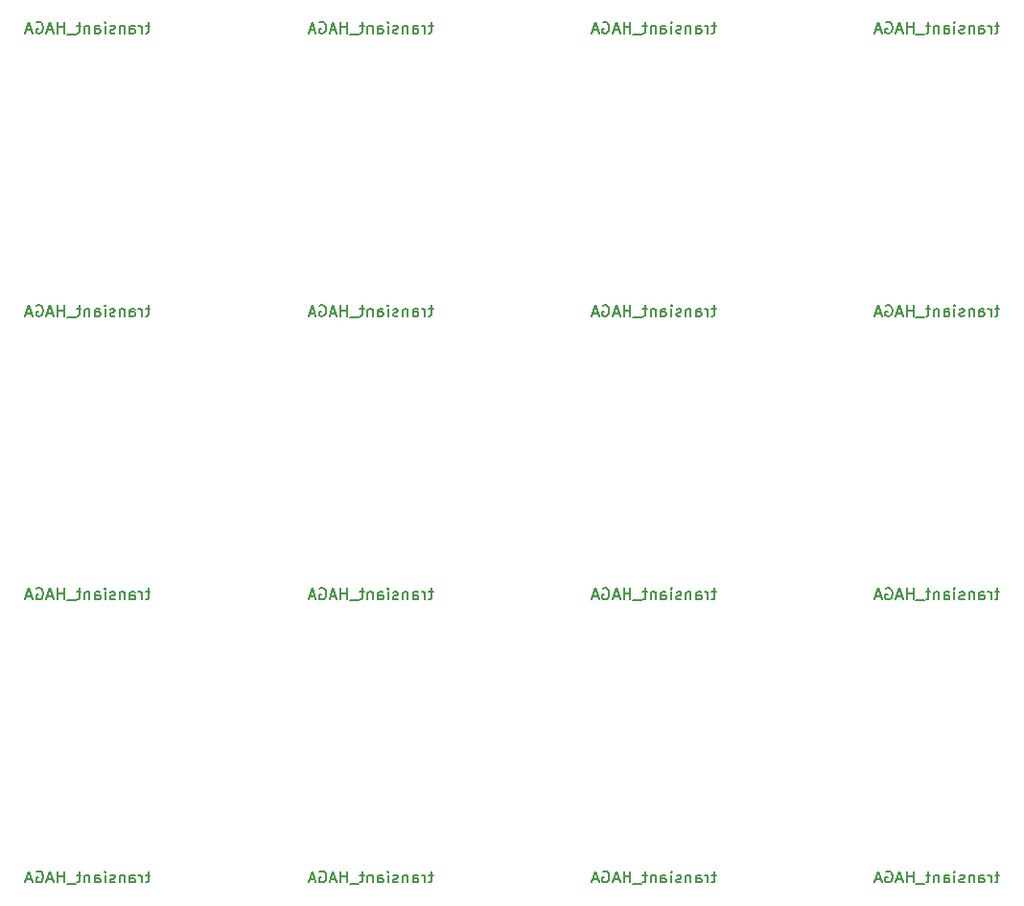
<source format=gbr>
G04 #@! TF.GenerationSoftware,KiCad,Pcbnew,(6.0.6)*
G04 #@! TF.CreationDate,2022-08-12T14:57:56+09:00*
G04 #@! TF.ProjectId,tutorial1-PNLZ,7475746f-7269-4616-9c31-2d504e4c5a2e,1*
G04 #@! TF.SameCoordinates,PX7bfa480PY7bfa480*
G04 #@! TF.FileFunction,Legend,Bot*
G04 #@! TF.FilePolarity,Positive*
%FSLAX46Y46*%
G04 Gerber Fmt 4.6, Leading zero omitted, Abs format (unit mm)*
G04 Created by KiCad (PCBNEW (6.0.6)) date 2022-08-12 14:57:56*
%MOMM*%
%LPD*%
G01*
G04 APERTURE LIST*
%ADD10C,0.150000*%
G04 APERTURE END LIST*
D10*
X42692000Y-17165714D02*
X42311047Y-17165714D01*
X42549142Y-16832380D02*
X42549142Y-17689523D01*
X42501523Y-17784761D01*
X42406285Y-17832380D01*
X42311047Y-17832380D01*
X41977714Y-17832380D02*
X41977714Y-17165714D01*
X41977714Y-17356190D02*
X41930095Y-17260952D01*
X41882476Y-17213333D01*
X41787238Y-17165714D01*
X41692000Y-17165714D01*
X40930095Y-17832380D02*
X40930095Y-17308571D01*
X40977714Y-17213333D01*
X41072952Y-17165714D01*
X41263428Y-17165714D01*
X41358666Y-17213333D01*
X40930095Y-17784761D02*
X41025333Y-17832380D01*
X41263428Y-17832380D01*
X41358666Y-17784761D01*
X41406285Y-17689523D01*
X41406285Y-17594285D01*
X41358666Y-17499047D01*
X41263428Y-17451428D01*
X41025333Y-17451428D01*
X40930095Y-17403809D01*
X40453904Y-17165714D02*
X40453904Y-17832380D01*
X40453904Y-17260952D02*
X40406285Y-17213333D01*
X40311047Y-17165714D01*
X40168190Y-17165714D01*
X40072952Y-17213333D01*
X40025333Y-17308571D01*
X40025333Y-17832380D01*
X39596761Y-17784761D02*
X39501523Y-17832380D01*
X39311047Y-17832380D01*
X39215809Y-17784761D01*
X39168190Y-17689523D01*
X39168190Y-17641904D01*
X39215809Y-17546666D01*
X39311047Y-17499047D01*
X39453904Y-17499047D01*
X39549142Y-17451428D01*
X39596761Y-17356190D01*
X39596761Y-17308571D01*
X39549142Y-17213333D01*
X39453904Y-17165714D01*
X39311047Y-17165714D01*
X39215809Y-17213333D01*
X38739619Y-17832380D02*
X38739619Y-17165714D01*
X38739619Y-16832380D02*
X38787238Y-16880000D01*
X38739619Y-16927619D01*
X38692000Y-16880000D01*
X38739619Y-16832380D01*
X38739619Y-16927619D01*
X37834857Y-17832380D02*
X37834857Y-17308571D01*
X37882476Y-17213333D01*
X37977714Y-17165714D01*
X38168190Y-17165714D01*
X38263428Y-17213333D01*
X37834857Y-17784761D02*
X37930095Y-17832380D01*
X38168190Y-17832380D01*
X38263428Y-17784761D01*
X38311047Y-17689523D01*
X38311047Y-17594285D01*
X38263428Y-17499047D01*
X38168190Y-17451428D01*
X37930095Y-17451428D01*
X37834857Y-17403809D01*
X37358666Y-17165714D02*
X37358666Y-17832380D01*
X37358666Y-17260952D02*
X37311047Y-17213333D01*
X37215809Y-17165714D01*
X37072952Y-17165714D01*
X36977714Y-17213333D01*
X36930095Y-17308571D01*
X36930095Y-17832380D01*
X36596761Y-17165714D02*
X36215809Y-17165714D01*
X36453904Y-16832380D02*
X36453904Y-17689523D01*
X36406285Y-17784761D01*
X36311047Y-17832380D01*
X36215809Y-17832380D01*
X36120571Y-17927619D02*
X35358666Y-17927619D01*
X35120571Y-17832380D02*
X35120571Y-16832380D01*
X35120571Y-17308571D02*
X34549142Y-17308571D01*
X34549142Y-17832380D02*
X34549142Y-16832380D01*
X34120571Y-17546666D02*
X33644380Y-17546666D01*
X34215809Y-17832380D02*
X33882476Y-16832380D01*
X33549142Y-17832380D01*
X32692000Y-16880000D02*
X32787238Y-16832380D01*
X32930095Y-16832380D01*
X33072952Y-16880000D01*
X33168190Y-16975238D01*
X33215809Y-17070476D01*
X33263428Y-17260952D01*
X33263428Y-17403809D01*
X33215809Y-17594285D01*
X33168190Y-17689523D01*
X33072952Y-17784761D01*
X32930095Y-17832380D01*
X32834857Y-17832380D01*
X32692000Y-17784761D01*
X32644380Y-17737142D01*
X32644380Y-17403809D01*
X32834857Y-17403809D01*
X32263428Y-17546666D02*
X31787238Y-17546666D01*
X32358666Y-17832380D02*
X32025333Y-16832380D01*
X31692000Y-17832380D01*
X17692000Y-17165714D02*
X17311047Y-17165714D01*
X17549142Y-16832380D02*
X17549142Y-17689523D01*
X17501523Y-17784761D01*
X17406285Y-17832380D01*
X17311047Y-17832380D01*
X16977714Y-17832380D02*
X16977714Y-17165714D01*
X16977714Y-17356190D02*
X16930095Y-17260952D01*
X16882476Y-17213333D01*
X16787238Y-17165714D01*
X16692000Y-17165714D01*
X15930095Y-17832380D02*
X15930095Y-17308571D01*
X15977714Y-17213333D01*
X16072952Y-17165714D01*
X16263428Y-17165714D01*
X16358666Y-17213333D01*
X15930095Y-17784761D02*
X16025333Y-17832380D01*
X16263428Y-17832380D01*
X16358666Y-17784761D01*
X16406285Y-17689523D01*
X16406285Y-17594285D01*
X16358666Y-17499047D01*
X16263428Y-17451428D01*
X16025333Y-17451428D01*
X15930095Y-17403809D01*
X15453904Y-17165714D02*
X15453904Y-17832380D01*
X15453904Y-17260952D02*
X15406285Y-17213333D01*
X15311047Y-17165714D01*
X15168190Y-17165714D01*
X15072952Y-17213333D01*
X15025333Y-17308571D01*
X15025333Y-17832380D01*
X14596761Y-17784761D02*
X14501523Y-17832380D01*
X14311047Y-17832380D01*
X14215809Y-17784761D01*
X14168190Y-17689523D01*
X14168190Y-17641904D01*
X14215809Y-17546666D01*
X14311047Y-17499047D01*
X14453904Y-17499047D01*
X14549142Y-17451428D01*
X14596761Y-17356190D01*
X14596761Y-17308571D01*
X14549142Y-17213333D01*
X14453904Y-17165714D01*
X14311047Y-17165714D01*
X14215809Y-17213333D01*
X13739619Y-17832380D02*
X13739619Y-17165714D01*
X13739619Y-16832380D02*
X13787238Y-16880000D01*
X13739619Y-16927619D01*
X13692000Y-16880000D01*
X13739619Y-16832380D01*
X13739619Y-16927619D01*
X12834857Y-17832380D02*
X12834857Y-17308571D01*
X12882476Y-17213333D01*
X12977714Y-17165714D01*
X13168190Y-17165714D01*
X13263428Y-17213333D01*
X12834857Y-17784761D02*
X12930095Y-17832380D01*
X13168190Y-17832380D01*
X13263428Y-17784761D01*
X13311047Y-17689523D01*
X13311047Y-17594285D01*
X13263428Y-17499047D01*
X13168190Y-17451428D01*
X12930095Y-17451428D01*
X12834857Y-17403809D01*
X12358666Y-17165714D02*
X12358666Y-17832380D01*
X12358666Y-17260952D02*
X12311047Y-17213333D01*
X12215809Y-17165714D01*
X12072952Y-17165714D01*
X11977714Y-17213333D01*
X11930095Y-17308571D01*
X11930095Y-17832380D01*
X11596761Y-17165714D02*
X11215809Y-17165714D01*
X11453904Y-16832380D02*
X11453904Y-17689523D01*
X11406285Y-17784761D01*
X11311047Y-17832380D01*
X11215809Y-17832380D01*
X11120571Y-17927619D02*
X10358666Y-17927619D01*
X10120571Y-17832380D02*
X10120571Y-16832380D01*
X10120571Y-17308571D02*
X9549142Y-17308571D01*
X9549142Y-17832380D02*
X9549142Y-16832380D01*
X9120571Y-17546666D02*
X8644380Y-17546666D01*
X9215809Y-17832380D02*
X8882476Y-16832380D01*
X8549142Y-17832380D01*
X7692000Y-16880000D02*
X7787238Y-16832380D01*
X7930095Y-16832380D01*
X8072952Y-16880000D01*
X8168190Y-16975238D01*
X8215809Y-17070476D01*
X8263428Y-17260952D01*
X8263428Y-17403809D01*
X8215809Y-17594285D01*
X8168190Y-17689523D01*
X8072952Y-17784761D01*
X7930095Y-17832380D01*
X7834857Y-17832380D01*
X7692000Y-17784761D01*
X7644380Y-17737142D01*
X7644380Y-17403809D01*
X7834857Y-17403809D01*
X7263428Y-17546666D02*
X6787238Y-17546666D01*
X7358666Y-17832380D02*
X7025333Y-16832380D01*
X6692000Y-17832380D01*
X-7308000Y-17165714D02*
X-7688953Y-17165714D01*
X-7450858Y-16832380D02*
X-7450858Y-17689523D01*
X-7498477Y-17784761D01*
X-7593715Y-17832380D01*
X-7688953Y-17832380D01*
X-8022286Y-17832380D02*
X-8022286Y-17165714D01*
X-8022286Y-17356190D02*
X-8069905Y-17260952D01*
X-8117524Y-17213333D01*
X-8212762Y-17165714D01*
X-8308000Y-17165714D01*
X-9069905Y-17832380D02*
X-9069905Y-17308571D01*
X-9022286Y-17213333D01*
X-8927048Y-17165714D01*
X-8736572Y-17165714D01*
X-8641334Y-17213333D01*
X-9069905Y-17784761D02*
X-8974667Y-17832380D01*
X-8736572Y-17832380D01*
X-8641334Y-17784761D01*
X-8593715Y-17689523D01*
X-8593715Y-17594285D01*
X-8641334Y-17499047D01*
X-8736572Y-17451428D01*
X-8974667Y-17451428D01*
X-9069905Y-17403809D01*
X-9546096Y-17165714D02*
X-9546096Y-17832380D01*
X-9546096Y-17260952D02*
X-9593715Y-17213333D01*
X-9688953Y-17165714D01*
X-9831810Y-17165714D01*
X-9927048Y-17213333D01*
X-9974667Y-17308571D01*
X-9974667Y-17832380D01*
X-10403239Y-17784761D02*
X-10498477Y-17832380D01*
X-10688953Y-17832380D01*
X-10784191Y-17784761D01*
X-10831810Y-17689523D01*
X-10831810Y-17641904D01*
X-10784191Y-17546666D01*
X-10688953Y-17499047D01*
X-10546096Y-17499047D01*
X-10450858Y-17451428D01*
X-10403239Y-17356190D01*
X-10403239Y-17308571D01*
X-10450858Y-17213333D01*
X-10546096Y-17165714D01*
X-10688953Y-17165714D01*
X-10784191Y-17213333D01*
X-11260381Y-17832380D02*
X-11260381Y-17165714D01*
X-11260381Y-16832380D02*
X-11212762Y-16880000D01*
X-11260381Y-16927619D01*
X-11308000Y-16880000D01*
X-11260381Y-16832380D01*
X-11260381Y-16927619D01*
X-12165143Y-17832380D02*
X-12165143Y-17308571D01*
X-12117524Y-17213333D01*
X-12022286Y-17165714D01*
X-11831810Y-17165714D01*
X-11736572Y-17213333D01*
X-12165143Y-17784761D02*
X-12069905Y-17832380D01*
X-11831810Y-17832380D01*
X-11736572Y-17784761D01*
X-11688953Y-17689523D01*
X-11688953Y-17594285D01*
X-11736572Y-17499047D01*
X-11831810Y-17451428D01*
X-12069905Y-17451428D01*
X-12165143Y-17403809D01*
X-12641334Y-17165714D02*
X-12641334Y-17832380D01*
X-12641334Y-17260952D02*
X-12688953Y-17213333D01*
X-12784191Y-17165714D01*
X-12927048Y-17165714D01*
X-13022286Y-17213333D01*
X-13069905Y-17308571D01*
X-13069905Y-17832380D01*
X-13403239Y-17165714D02*
X-13784191Y-17165714D01*
X-13546096Y-16832380D02*
X-13546096Y-17689523D01*
X-13593715Y-17784761D01*
X-13688953Y-17832380D01*
X-13784191Y-17832380D01*
X-13879429Y-17927619D02*
X-14641334Y-17927619D01*
X-14879429Y-17832380D02*
X-14879429Y-16832380D01*
X-14879429Y-17308571D02*
X-15450858Y-17308571D01*
X-15450858Y-17832380D02*
X-15450858Y-16832380D01*
X-15879429Y-17546666D02*
X-16355620Y-17546666D01*
X-15784191Y-17832380D02*
X-16117524Y-16832380D01*
X-16450858Y-17832380D01*
X-17308000Y-16880000D02*
X-17212762Y-16832380D01*
X-17069905Y-16832380D01*
X-16927048Y-16880000D01*
X-16831810Y-16975238D01*
X-16784191Y-17070476D01*
X-16736572Y-17260952D01*
X-16736572Y-17403809D01*
X-16784191Y-17594285D01*
X-16831810Y-17689523D01*
X-16927048Y-17784761D01*
X-17069905Y-17832380D01*
X-17165143Y-17832380D01*
X-17308000Y-17784761D01*
X-17355620Y-17737142D01*
X-17355620Y-17403809D01*
X-17165143Y-17403809D01*
X-17736572Y-17546666D02*
X-18212762Y-17546666D01*
X-17641334Y-17832380D02*
X-17974667Y-16832380D01*
X-18308000Y-17832380D01*
X-32308000Y-17165714D02*
X-32688953Y-17165714D01*
X-32450858Y-16832380D02*
X-32450858Y-17689523D01*
X-32498477Y-17784761D01*
X-32593715Y-17832380D01*
X-32688953Y-17832380D01*
X-33022286Y-17832380D02*
X-33022286Y-17165714D01*
X-33022286Y-17356190D02*
X-33069905Y-17260952D01*
X-33117524Y-17213333D01*
X-33212762Y-17165714D01*
X-33308000Y-17165714D01*
X-34069905Y-17832380D02*
X-34069905Y-17308571D01*
X-34022286Y-17213333D01*
X-33927048Y-17165714D01*
X-33736572Y-17165714D01*
X-33641334Y-17213333D01*
X-34069905Y-17784761D02*
X-33974667Y-17832380D01*
X-33736572Y-17832380D01*
X-33641334Y-17784761D01*
X-33593715Y-17689523D01*
X-33593715Y-17594285D01*
X-33641334Y-17499047D01*
X-33736572Y-17451428D01*
X-33974667Y-17451428D01*
X-34069905Y-17403809D01*
X-34546096Y-17165714D02*
X-34546096Y-17832380D01*
X-34546096Y-17260952D02*
X-34593715Y-17213333D01*
X-34688953Y-17165714D01*
X-34831810Y-17165714D01*
X-34927048Y-17213333D01*
X-34974667Y-17308571D01*
X-34974667Y-17832380D01*
X-35403239Y-17784761D02*
X-35498477Y-17832380D01*
X-35688953Y-17832380D01*
X-35784191Y-17784761D01*
X-35831810Y-17689523D01*
X-35831810Y-17641904D01*
X-35784191Y-17546666D01*
X-35688953Y-17499047D01*
X-35546096Y-17499047D01*
X-35450858Y-17451428D01*
X-35403239Y-17356190D01*
X-35403239Y-17308571D01*
X-35450858Y-17213333D01*
X-35546096Y-17165714D01*
X-35688953Y-17165714D01*
X-35784191Y-17213333D01*
X-36260381Y-17832380D02*
X-36260381Y-17165714D01*
X-36260381Y-16832380D02*
X-36212762Y-16880000D01*
X-36260381Y-16927619D01*
X-36308000Y-16880000D01*
X-36260381Y-16832380D01*
X-36260381Y-16927619D01*
X-37165143Y-17832380D02*
X-37165143Y-17308571D01*
X-37117524Y-17213333D01*
X-37022286Y-17165714D01*
X-36831810Y-17165714D01*
X-36736572Y-17213333D01*
X-37165143Y-17784761D02*
X-37069905Y-17832380D01*
X-36831810Y-17832380D01*
X-36736572Y-17784761D01*
X-36688953Y-17689523D01*
X-36688953Y-17594285D01*
X-36736572Y-17499047D01*
X-36831810Y-17451428D01*
X-37069905Y-17451428D01*
X-37165143Y-17403809D01*
X-37641334Y-17165714D02*
X-37641334Y-17832380D01*
X-37641334Y-17260952D02*
X-37688953Y-17213333D01*
X-37784191Y-17165714D01*
X-37927048Y-17165714D01*
X-38022286Y-17213333D01*
X-38069905Y-17308571D01*
X-38069905Y-17832380D01*
X-38403239Y-17165714D02*
X-38784191Y-17165714D01*
X-38546096Y-16832380D02*
X-38546096Y-17689523D01*
X-38593715Y-17784761D01*
X-38688953Y-17832380D01*
X-38784191Y-17832380D01*
X-38879429Y-17927619D02*
X-39641334Y-17927619D01*
X-39879429Y-17832380D02*
X-39879429Y-16832380D01*
X-39879429Y-17308571D02*
X-40450858Y-17308571D01*
X-40450858Y-17832380D02*
X-40450858Y-16832380D01*
X-40879429Y-17546666D02*
X-41355620Y-17546666D01*
X-40784191Y-17832380D02*
X-41117524Y-16832380D01*
X-41450858Y-17832380D01*
X-42308000Y-16880000D02*
X-42212762Y-16832380D01*
X-42069905Y-16832380D01*
X-41927048Y-16880000D01*
X-41831810Y-16975238D01*
X-41784191Y-17070476D01*
X-41736572Y-17260952D01*
X-41736572Y-17403809D01*
X-41784191Y-17594285D01*
X-41831810Y-17689523D01*
X-41927048Y-17784761D01*
X-42069905Y-17832380D01*
X-42165143Y-17832380D01*
X-42308000Y-17784761D01*
X-42355620Y-17737142D01*
X-42355620Y-17403809D01*
X-42165143Y-17403809D01*
X-42736572Y-17546666D02*
X-43212762Y-17546666D01*
X-42641334Y-17832380D02*
X-42974667Y-16832380D01*
X-43308000Y-17832380D01*
X42692000Y7834286D02*
X42311047Y7834286D01*
X42549142Y8167620D02*
X42549142Y7310477D01*
X42501523Y7215239D01*
X42406285Y7167620D01*
X42311047Y7167620D01*
X41977714Y7167620D02*
X41977714Y7834286D01*
X41977714Y7643810D02*
X41930095Y7739048D01*
X41882476Y7786667D01*
X41787238Y7834286D01*
X41692000Y7834286D01*
X40930095Y7167620D02*
X40930095Y7691429D01*
X40977714Y7786667D01*
X41072952Y7834286D01*
X41263428Y7834286D01*
X41358666Y7786667D01*
X40930095Y7215239D02*
X41025333Y7167620D01*
X41263428Y7167620D01*
X41358666Y7215239D01*
X41406285Y7310477D01*
X41406285Y7405715D01*
X41358666Y7500953D01*
X41263428Y7548572D01*
X41025333Y7548572D01*
X40930095Y7596191D01*
X40453904Y7834286D02*
X40453904Y7167620D01*
X40453904Y7739048D02*
X40406285Y7786667D01*
X40311047Y7834286D01*
X40168190Y7834286D01*
X40072952Y7786667D01*
X40025333Y7691429D01*
X40025333Y7167620D01*
X39596761Y7215239D02*
X39501523Y7167620D01*
X39311047Y7167620D01*
X39215809Y7215239D01*
X39168190Y7310477D01*
X39168190Y7358096D01*
X39215809Y7453334D01*
X39311047Y7500953D01*
X39453904Y7500953D01*
X39549142Y7548572D01*
X39596761Y7643810D01*
X39596761Y7691429D01*
X39549142Y7786667D01*
X39453904Y7834286D01*
X39311047Y7834286D01*
X39215809Y7786667D01*
X38739619Y7167620D02*
X38739619Y7834286D01*
X38739619Y8167620D02*
X38787238Y8120000D01*
X38739619Y8072381D01*
X38692000Y8120000D01*
X38739619Y8167620D01*
X38739619Y8072381D01*
X37834857Y7167620D02*
X37834857Y7691429D01*
X37882476Y7786667D01*
X37977714Y7834286D01*
X38168190Y7834286D01*
X38263428Y7786667D01*
X37834857Y7215239D02*
X37930095Y7167620D01*
X38168190Y7167620D01*
X38263428Y7215239D01*
X38311047Y7310477D01*
X38311047Y7405715D01*
X38263428Y7500953D01*
X38168190Y7548572D01*
X37930095Y7548572D01*
X37834857Y7596191D01*
X37358666Y7834286D02*
X37358666Y7167620D01*
X37358666Y7739048D02*
X37311047Y7786667D01*
X37215809Y7834286D01*
X37072952Y7834286D01*
X36977714Y7786667D01*
X36930095Y7691429D01*
X36930095Y7167620D01*
X36596761Y7834286D02*
X36215809Y7834286D01*
X36453904Y8167620D02*
X36453904Y7310477D01*
X36406285Y7215239D01*
X36311047Y7167620D01*
X36215809Y7167620D01*
X36120571Y7072381D02*
X35358666Y7072381D01*
X35120571Y7167620D02*
X35120571Y8167620D01*
X35120571Y7691429D02*
X34549142Y7691429D01*
X34549142Y7167620D02*
X34549142Y8167620D01*
X34120571Y7453334D02*
X33644380Y7453334D01*
X34215809Y7167620D02*
X33882476Y8167620D01*
X33549142Y7167620D01*
X32692000Y8120000D02*
X32787238Y8167620D01*
X32930095Y8167620D01*
X33072952Y8120000D01*
X33168190Y8024762D01*
X33215809Y7929524D01*
X33263428Y7739048D01*
X33263428Y7596191D01*
X33215809Y7405715D01*
X33168190Y7310477D01*
X33072952Y7215239D01*
X32930095Y7167620D01*
X32834857Y7167620D01*
X32692000Y7215239D01*
X32644380Y7262858D01*
X32644380Y7596191D01*
X32834857Y7596191D01*
X32263428Y7453334D02*
X31787238Y7453334D01*
X32358666Y7167620D02*
X32025333Y8167620D01*
X31692000Y7167620D01*
X17692000Y7834286D02*
X17311047Y7834286D01*
X17549142Y8167620D02*
X17549142Y7310477D01*
X17501523Y7215239D01*
X17406285Y7167620D01*
X17311047Y7167620D01*
X16977714Y7167620D02*
X16977714Y7834286D01*
X16977714Y7643810D02*
X16930095Y7739048D01*
X16882476Y7786667D01*
X16787238Y7834286D01*
X16692000Y7834286D01*
X15930095Y7167620D02*
X15930095Y7691429D01*
X15977714Y7786667D01*
X16072952Y7834286D01*
X16263428Y7834286D01*
X16358666Y7786667D01*
X15930095Y7215239D02*
X16025333Y7167620D01*
X16263428Y7167620D01*
X16358666Y7215239D01*
X16406285Y7310477D01*
X16406285Y7405715D01*
X16358666Y7500953D01*
X16263428Y7548572D01*
X16025333Y7548572D01*
X15930095Y7596191D01*
X15453904Y7834286D02*
X15453904Y7167620D01*
X15453904Y7739048D02*
X15406285Y7786667D01*
X15311047Y7834286D01*
X15168190Y7834286D01*
X15072952Y7786667D01*
X15025333Y7691429D01*
X15025333Y7167620D01*
X14596761Y7215239D02*
X14501523Y7167620D01*
X14311047Y7167620D01*
X14215809Y7215239D01*
X14168190Y7310477D01*
X14168190Y7358096D01*
X14215809Y7453334D01*
X14311047Y7500953D01*
X14453904Y7500953D01*
X14549142Y7548572D01*
X14596761Y7643810D01*
X14596761Y7691429D01*
X14549142Y7786667D01*
X14453904Y7834286D01*
X14311047Y7834286D01*
X14215809Y7786667D01*
X13739619Y7167620D02*
X13739619Y7834286D01*
X13739619Y8167620D02*
X13787238Y8120000D01*
X13739619Y8072381D01*
X13692000Y8120000D01*
X13739619Y8167620D01*
X13739619Y8072381D01*
X12834857Y7167620D02*
X12834857Y7691429D01*
X12882476Y7786667D01*
X12977714Y7834286D01*
X13168190Y7834286D01*
X13263428Y7786667D01*
X12834857Y7215239D02*
X12930095Y7167620D01*
X13168190Y7167620D01*
X13263428Y7215239D01*
X13311047Y7310477D01*
X13311047Y7405715D01*
X13263428Y7500953D01*
X13168190Y7548572D01*
X12930095Y7548572D01*
X12834857Y7596191D01*
X12358666Y7834286D02*
X12358666Y7167620D01*
X12358666Y7739048D02*
X12311047Y7786667D01*
X12215809Y7834286D01*
X12072952Y7834286D01*
X11977714Y7786667D01*
X11930095Y7691429D01*
X11930095Y7167620D01*
X11596761Y7834286D02*
X11215809Y7834286D01*
X11453904Y8167620D02*
X11453904Y7310477D01*
X11406285Y7215239D01*
X11311047Y7167620D01*
X11215809Y7167620D01*
X11120571Y7072381D02*
X10358666Y7072381D01*
X10120571Y7167620D02*
X10120571Y8167620D01*
X10120571Y7691429D02*
X9549142Y7691429D01*
X9549142Y7167620D02*
X9549142Y8167620D01*
X9120571Y7453334D02*
X8644380Y7453334D01*
X9215809Y7167620D02*
X8882476Y8167620D01*
X8549142Y7167620D01*
X7692000Y8120000D02*
X7787238Y8167620D01*
X7930095Y8167620D01*
X8072952Y8120000D01*
X8168190Y8024762D01*
X8215809Y7929524D01*
X8263428Y7739048D01*
X8263428Y7596191D01*
X8215809Y7405715D01*
X8168190Y7310477D01*
X8072952Y7215239D01*
X7930095Y7167620D01*
X7834857Y7167620D01*
X7692000Y7215239D01*
X7644380Y7262858D01*
X7644380Y7596191D01*
X7834857Y7596191D01*
X7263428Y7453334D02*
X6787238Y7453334D01*
X7358666Y7167620D02*
X7025333Y8167620D01*
X6692000Y7167620D01*
X-7308000Y7834286D02*
X-7688953Y7834286D01*
X-7450858Y8167620D02*
X-7450858Y7310477D01*
X-7498477Y7215239D01*
X-7593715Y7167620D01*
X-7688953Y7167620D01*
X-8022286Y7167620D02*
X-8022286Y7834286D01*
X-8022286Y7643810D02*
X-8069905Y7739048D01*
X-8117524Y7786667D01*
X-8212762Y7834286D01*
X-8308000Y7834286D01*
X-9069905Y7167620D02*
X-9069905Y7691429D01*
X-9022286Y7786667D01*
X-8927048Y7834286D01*
X-8736572Y7834286D01*
X-8641334Y7786667D01*
X-9069905Y7215239D02*
X-8974667Y7167620D01*
X-8736572Y7167620D01*
X-8641334Y7215239D01*
X-8593715Y7310477D01*
X-8593715Y7405715D01*
X-8641334Y7500953D01*
X-8736572Y7548572D01*
X-8974667Y7548572D01*
X-9069905Y7596191D01*
X-9546096Y7834286D02*
X-9546096Y7167620D01*
X-9546096Y7739048D02*
X-9593715Y7786667D01*
X-9688953Y7834286D01*
X-9831810Y7834286D01*
X-9927048Y7786667D01*
X-9974667Y7691429D01*
X-9974667Y7167620D01*
X-10403239Y7215239D02*
X-10498477Y7167620D01*
X-10688953Y7167620D01*
X-10784191Y7215239D01*
X-10831810Y7310477D01*
X-10831810Y7358096D01*
X-10784191Y7453334D01*
X-10688953Y7500953D01*
X-10546096Y7500953D01*
X-10450858Y7548572D01*
X-10403239Y7643810D01*
X-10403239Y7691429D01*
X-10450858Y7786667D01*
X-10546096Y7834286D01*
X-10688953Y7834286D01*
X-10784191Y7786667D01*
X-11260381Y7167620D02*
X-11260381Y7834286D01*
X-11260381Y8167620D02*
X-11212762Y8120000D01*
X-11260381Y8072381D01*
X-11308000Y8120000D01*
X-11260381Y8167620D01*
X-11260381Y8072381D01*
X-12165143Y7167620D02*
X-12165143Y7691429D01*
X-12117524Y7786667D01*
X-12022286Y7834286D01*
X-11831810Y7834286D01*
X-11736572Y7786667D01*
X-12165143Y7215239D02*
X-12069905Y7167620D01*
X-11831810Y7167620D01*
X-11736572Y7215239D01*
X-11688953Y7310477D01*
X-11688953Y7405715D01*
X-11736572Y7500953D01*
X-11831810Y7548572D01*
X-12069905Y7548572D01*
X-12165143Y7596191D01*
X-12641334Y7834286D02*
X-12641334Y7167620D01*
X-12641334Y7739048D02*
X-12688953Y7786667D01*
X-12784191Y7834286D01*
X-12927048Y7834286D01*
X-13022286Y7786667D01*
X-13069905Y7691429D01*
X-13069905Y7167620D01*
X-13403239Y7834286D02*
X-13784191Y7834286D01*
X-13546096Y8167620D02*
X-13546096Y7310477D01*
X-13593715Y7215239D01*
X-13688953Y7167620D01*
X-13784191Y7167620D01*
X-13879429Y7072381D02*
X-14641334Y7072381D01*
X-14879429Y7167620D02*
X-14879429Y8167620D01*
X-14879429Y7691429D02*
X-15450858Y7691429D01*
X-15450858Y7167620D02*
X-15450858Y8167620D01*
X-15879429Y7453334D02*
X-16355620Y7453334D01*
X-15784191Y7167620D02*
X-16117524Y8167620D01*
X-16450858Y7167620D01*
X-17308000Y8120000D02*
X-17212762Y8167620D01*
X-17069905Y8167620D01*
X-16927048Y8120000D01*
X-16831810Y8024762D01*
X-16784191Y7929524D01*
X-16736572Y7739048D01*
X-16736572Y7596191D01*
X-16784191Y7405715D01*
X-16831810Y7310477D01*
X-16927048Y7215239D01*
X-17069905Y7167620D01*
X-17165143Y7167620D01*
X-17308000Y7215239D01*
X-17355620Y7262858D01*
X-17355620Y7596191D01*
X-17165143Y7596191D01*
X-17736572Y7453334D02*
X-18212762Y7453334D01*
X-17641334Y7167620D02*
X-17974667Y8167620D01*
X-18308000Y7167620D01*
X-32308000Y7834286D02*
X-32688953Y7834286D01*
X-32450858Y8167620D02*
X-32450858Y7310477D01*
X-32498477Y7215239D01*
X-32593715Y7167620D01*
X-32688953Y7167620D01*
X-33022286Y7167620D02*
X-33022286Y7834286D01*
X-33022286Y7643810D02*
X-33069905Y7739048D01*
X-33117524Y7786667D01*
X-33212762Y7834286D01*
X-33308000Y7834286D01*
X-34069905Y7167620D02*
X-34069905Y7691429D01*
X-34022286Y7786667D01*
X-33927048Y7834286D01*
X-33736572Y7834286D01*
X-33641334Y7786667D01*
X-34069905Y7215239D02*
X-33974667Y7167620D01*
X-33736572Y7167620D01*
X-33641334Y7215239D01*
X-33593715Y7310477D01*
X-33593715Y7405715D01*
X-33641334Y7500953D01*
X-33736572Y7548572D01*
X-33974667Y7548572D01*
X-34069905Y7596191D01*
X-34546096Y7834286D02*
X-34546096Y7167620D01*
X-34546096Y7739048D02*
X-34593715Y7786667D01*
X-34688953Y7834286D01*
X-34831810Y7834286D01*
X-34927048Y7786667D01*
X-34974667Y7691429D01*
X-34974667Y7167620D01*
X-35403239Y7215239D02*
X-35498477Y7167620D01*
X-35688953Y7167620D01*
X-35784191Y7215239D01*
X-35831810Y7310477D01*
X-35831810Y7358096D01*
X-35784191Y7453334D01*
X-35688953Y7500953D01*
X-35546096Y7500953D01*
X-35450858Y7548572D01*
X-35403239Y7643810D01*
X-35403239Y7691429D01*
X-35450858Y7786667D01*
X-35546096Y7834286D01*
X-35688953Y7834286D01*
X-35784191Y7786667D01*
X-36260381Y7167620D02*
X-36260381Y7834286D01*
X-36260381Y8167620D02*
X-36212762Y8120000D01*
X-36260381Y8072381D01*
X-36308000Y8120000D01*
X-36260381Y8167620D01*
X-36260381Y8072381D01*
X-37165143Y7167620D02*
X-37165143Y7691429D01*
X-37117524Y7786667D01*
X-37022286Y7834286D01*
X-36831810Y7834286D01*
X-36736572Y7786667D01*
X-37165143Y7215239D02*
X-37069905Y7167620D01*
X-36831810Y7167620D01*
X-36736572Y7215239D01*
X-36688953Y7310477D01*
X-36688953Y7405715D01*
X-36736572Y7500953D01*
X-36831810Y7548572D01*
X-37069905Y7548572D01*
X-37165143Y7596191D01*
X-37641334Y7834286D02*
X-37641334Y7167620D01*
X-37641334Y7739048D02*
X-37688953Y7786667D01*
X-37784191Y7834286D01*
X-37927048Y7834286D01*
X-38022286Y7786667D01*
X-38069905Y7691429D01*
X-38069905Y7167620D01*
X-38403239Y7834286D02*
X-38784191Y7834286D01*
X-38546096Y8167620D02*
X-38546096Y7310477D01*
X-38593715Y7215239D01*
X-38688953Y7167620D01*
X-38784191Y7167620D01*
X-38879429Y7072381D02*
X-39641334Y7072381D01*
X-39879429Y7167620D02*
X-39879429Y8167620D01*
X-39879429Y7691429D02*
X-40450858Y7691429D01*
X-40450858Y7167620D02*
X-40450858Y8167620D01*
X-40879429Y7453334D02*
X-41355620Y7453334D01*
X-40784191Y7167620D02*
X-41117524Y8167620D01*
X-41450858Y7167620D01*
X-42308000Y8120000D02*
X-42212762Y8167620D01*
X-42069905Y8167620D01*
X-41927048Y8120000D01*
X-41831810Y8024762D01*
X-41784191Y7929524D01*
X-41736572Y7739048D01*
X-41736572Y7596191D01*
X-41784191Y7405715D01*
X-41831810Y7310477D01*
X-41927048Y7215239D01*
X-42069905Y7167620D01*
X-42165143Y7167620D01*
X-42308000Y7215239D01*
X-42355620Y7262858D01*
X-42355620Y7596191D01*
X-42165143Y7596191D01*
X-42736572Y7453334D02*
X-43212762Y7453334D01*
X-42641334Y7167620D02*
X-42974667Y8167620D01*
X-43308000Y7167620D01*
X42692000Y32834286D02*
X42311047Y32834286D01*
X42549142Y33167620D02*
X42549142Y32310477D01*
X42501523Y32215239D01*
X42406285Y32167620D01*
X42311047Y32167620D01*
X41977714Y32167620D02*
X41977714Y32834286D01*
X41977714Y32643810D02*
X41930095Y32739048D01*
X41882476Y32786667D01*
X41787238Y32834286D01*
X41692000Y32834286D01*
X40930095Y32167620D02*
X40930095Y32691429D01*
X40977714Y32786667D01*
X41072952Y32834286D01*
X41263428Y32834286D01*
X41358666Y32786667D01*
X40930095Y32215239D02*
X41025333Y32167620D01*
X41263428Y32167620D01*
X41358666Y32215239D01*
X41406285Y32310477D01*
X41406285Y32405715D01*
X41358666Y32500953D01*
X41263428Y32548572D01*
X41025333Y32548572D01*
X40930095Y32596191D01*
X40453904Y32834286D02*
X40453904Y32167620D01*
X40453904Y32739048D02*
X40406285Y32786667D01*
X40311047Y32834286D01*
X40168190Y32834286D01*
X40072952Y32786667D01*
X40025333Y32691429D01*
X40025333Y32167620D01*
X39596761Y32215239D02*
X39501523Y32167620D01*
X39311047Y32167620D01*
X39215809Y32215239D01*
X39168190Y32310477D01*
X39168190Y32358096D01*
X39215809Y32453334D01*
X39311047Y32500953D01*
X39453904Y32500953D01*
X39549142Y32548572D01*
X39596761Y32643810D01*
X39596761Y32691429D01*
X39549142Y32786667D01*
X39453904Y32834286D01*
X39311047Y32834286D01*
X39215809Y32786667D01*
X38739619Y32167620D02*
X38739619Y32834286D01*
X38739619Y33167620D02*
X38787238Y33120000D01*
X38739619Y33072381D01*
X38692000Y33120000D01*
X38739619Y33167620D01*
X38739619Y33072381D01*
X37834857Y32167620D02*
X37834857Y32691429D01*
X37882476Y32786667D01*
X37977714Y32834286D01*
X38168190Y32834286D01*
X38263428Y32786667D01*
X37834857Y32215239D02*
X37930095Y32167620D01*
X38168190Y32167620D01*
X38263428Y32215239D01*
X38311047Y32310477D01*
X38311047Y32405715D01*
X38263428Y32500953D01*
X38168190Y32548572D01*
X37930095Y32548572D01*
X37834857Y32596191D01*
X37358666Y32834286D02*
X37358666Y32167620D01*
X37358666Y32739048D02*
X37311047Y32786667D01*
X37215809Y32834286D01*
X37072952Y32834286D01*
X36977714Y32786667D01*
X36930095Y32691429D01*
X36930095Y32167620D01*
X36596761Y32834286D02*
X36215809Y32834286D01*
X36453904Y33167620D02*
X36453904Y32310477D01*
X36406285Y32215239D01*
X36311047Y32167620D01*
X36215809Y32167620D01*
X36120571Y32072381D02*
X35358666Y32072381D01*
X35120571Y32167620D02*
X35120571Y33167620D01*
X35120571Y32691429D02*
X34549142Y32691429D01*
X34549142Y32167620D02*
X34549142Y33167620D01*
X34120571Y32453334D02*
X33644380Y32453334D01*
X34215809Y32167620D02*
X33882476Y33167620D01*
X33549142Y32167620D01*
X32692000Y33120000D02*
X32787238Y33167620D01*
X32930095Y33167620D01*
X33072952Y33120000D01*
X33168190Y33024762D01*
X33215809Y32929524D01*
X33263428Y32739048D01*
X33263428Y32596191D01*
X33215809Y32405715D01*
X33168190Y32310477D01*
X33072952Y32215239D01*
X32930095Y32167620D01*
X32834857Y32167620D01*
X32692000Y32215239D01*
X32644380Y32262858D01*
X32644380Y32596191D01*
X32834857Y32596191D01*
X32263428Y32453334D02*
X31787238Y32453334D01*
X32358666Y32167620D02*
X32025333Y33167620D01*
X31692000Y32167620D01*
X17692000Y32834286D02*
X17311047Y32834286D01*
X17549142Y33167620D02*
X17549142Y32310477D01*
X17501523Y32215239D01*
X17406285Y32167620D01*
X17311047Y32167620D01*
X16977714Y32167620D02*
X16977714Y32834286D01*
X16977714Y32643810D02*
X16930095Y32739048D01*
X16882476Y32786667D01*
X16787238Y32834286D01*
X16692000Y32834286D01*
X15930095Y32167620D02*
X15930095Y32691429D01*
X15977714Y32786667D01*
X16072952Y32834286D01*
X16263428Y32834286D01*
X16358666Y32786667D01*
X15930095Y32215239D02*
X16025333Y32167620D01*
X16263428Y32167620D01*
X16358666Y32215239D01*
X16406285Y32310477D01*
X16406285Y32405715D01*
X16358666Y32500953D01*
X16263428Y32548572D01*
X16025333Y32548572D01*
X15930095Y32596191D01*
X15453904Y32834286D02*
X15453904Y32167620D01*
X15453904Y32739048D02*
X15406285Y32786667D01*
X15311047Y32834286D01*
X15168190Y32834286D01*
X15072952Y32786667D01*
X15025333Y32691429D01*
X15025333Y32167620D01*
X14596761Y32215239D02*
X14501523Y32167620D01*
X14311047Y32167620D01*
X14215809Y32215239D01*
X14168190Y32310477D01*
X14168190Y32358096D01*
X14215809Y32453334D01*
X14311047Y32500953D01*
X14453904Y32500953D01*
X14549142Y32548572D01*
X14596761Y32643810D01*
X14596761Y32691429D01*
X14549142Y32786667D01*
X14453904Y32834286D01*
X14311047Y32834286D01*
X14215809Y32786667D01*
X13739619Y32167620D02*
X13739619Y32834286D01*
X13739619Y33167620D02*
X13787238Y33120000D01*
X13739619Y33072381D01*
X13692000Y33120000D01*
X13739619Y33167620D01*
X13739619Y33072381D01*
X12834857Y32167620D02*
X12834857Y32691429D01*
X12882476Y32786667D01*
X12977714Y32834286D01*
X13168190Y32834286D01*
X13263428Y32786667D01*
X12834857Y32215239D02*
X12930095Y32167620D01*
X13168190Y32167620D01*
X13263428Y32215239D01*
X13311047Y32310477D01*
X13311047Y32405715D01*
X13263428Y32500953D01*
X13168190Y32548572D01*
X12930095Y32548572D01*
X12834857Y32596191D01*
X12358666Y32834286D02*
X12358666Y32167620D01*
X12358666Y32739048D02*
X12311047Y32786667D01*
X12215809Y32834286D01*
X12072952Y32834286D01*
X11977714Y32786667D01*
X11930095Y32691429D01*
X11930095Y32167620D01*
X11596761Y32834286D02*
X11215809Y32834286D01*
X11453904Y33167620D02*
X11453904Y32310477D01*
X11406285Y32215239D01*
X11311047Y32167620D01*
X11215809Y32167620D01*
X11120571Y32072381D02*
X10358666Y32072381D01*
X10120571Y32167620D02*
X10120571Y33167620D01*
X10120571Y32691429D02*
X9549142Y32691429D01*
X9549142Y32167620D02*
X9549142Y33167620D01*
X9120571Y32453334D02*
X8644380Y32453334D01*
X9215809Y32167620D02*
X8882476Y33167620D01*
X8549142Y32167620D01*
X7692000Y33120000D02*
X7787238Y33167620D01*
X7930095Y33167620D01*
X8072952Y33120000D01*
X8168190Y33024762D01*
X8215809Y32929524D01*
X8263428Y32739048D01*
X8263428Y32596191D01*
X8215809Y32405715D01*
X8168190Y32310477D01*
X8072952Y32215239D01*
X7930095Y32167620D01*
X7834857Y32167620D01*
X7692000Y32215239D01*
X7644380Y32262858D01*
X7644380Y32596191D01*
X7834857Y32596191D01*
X7263428Y32453334D02*
X6787238Y32453334D01*
X7358666Y32167620D02*
X7025333Y33167620D01*
X6692000Y32167620D01*
X-7308000Y32834286D02*
X-7688953Y32834286D01*
X-7450858Y33167620D02*
X-7450858Y32310477D01*
X-7498477Y32215239D01*
X-7593715Y32167620D01*
X-7688953Y32167620D01*
X-8022286Y32167620D02*
X-8022286Y32834286D01*
X-8022286Y32643810D02*
X-8069905Y32739048D01*
X-8117524Y32786667D01*
X-8212762Y32834286D01*
X-8308000Y32834286D01*
X-9069905Y32167620D02*
X-9069905Y32691429D01*
X-9022286Y32786667D01*
X-8927048Y32834286D01*
X-8736572Y32834286D01*
X-8641334Y32786667D01*
X-9069905Y32215239D02*
X-8974667Y32167620D01*
X-8736572Y32167620D01*
X-8641334Y32215239D01*
X-8593715Y32310477D01*
X-8593715Y32405715D01*
X-8641334Y32500953D01*
X-8736572Y32548572D01*
X-8974667Y32548572D01*
X-9069905Y32596191D01*
X-9546096Y32834286D02*
X-9546096Y32167620D01*
X-9546096Y32739048D02*
X-9593715Y32786667D01*
X-9688953Y32834286D01*
X-9831810Y32834286D01*
X-9927048Y32786667D01*
X-9974667Y32691429D01*
X-9974667Y32167620D01*
X-10403239Y32215239D02*
X-10498477Y32167620D01*
X-10688953Y32167620D01*
X-10784191Y32215239D01*
X-10831810Y32310477D01*
X-10831810Y32358096D01*
X-10784191Y32453334D01*
X-10688953Y32500953D01*
X-10546096Y32500953D01*
X-10450858Y32548572D01*
X-10403239Y32643810D01*
X-10403239Y32691429D01*
X-10450858Y32786667D01*
X-10546096Y32834286D01*
X-10688953Y32834286D01*
X-10784191Y32786667D01*
X-11260381Y32167620D02*
X-11260381Y32834286D01*
X-11260381Y33167620D02*
X-11212762Y33120000D01*
X-11260381Y33072381D01*
X-11308000Y33120000D01*
X-11260381Y33167620D01*
X-11260381Y33072381D01*
X-12165143Y32167620D02*
X-12165143Y32691429D01*
X-12117524Y32786667D01*
X-12022286Y32834286D01*
X-11831810Y32834286D01*
X-11736572Y32786667D01*
X-12165143Y32215239D02*
X-12069905Y32167620D01*
X-11831810Y32167620D01*
X-11736572Y32215239D01*
X-11688953Y32310477D01*
X-11688953Y32405715D01*
X-11736572Y32500953D01*
X-11831810Y32548572D01*
X-12069905Y32548572D01*
X-12165143Y32596191D01*
X-12641334Y32834286D02*
X-12641334Y32167620D01*
X-12641334Y32739048D02*
X-12688953Y32786667D01*
X-12784191Y32834286D01*
X-12927048Y32834286D01*
X-13022286Y32786667D01*
X-13069905Y32691429D01*
X-13069905Y32167620D01*
X-13403239Y32834286D02*
X-13784191Y32834286D01*
X-13546096Y33167620D02*
X-13546096Y32310477D01*
X-13593715Y32215239D01*
X-13688953Y32167620D01*
X-13784191Y32167620D01*
X-13879429Y32072381D02*
X-14641334Y32072381D01*
X-14879429Y32167620D02*
X-14879429Y33167620D01*
X-14879429Y32691429D02*
X-15450858Y32691429D01*
X-15450858Y32167620D02*
X-15450858Y33167620D01*
X-15879429Y32453334D02*
X-16355620Y32453334D01*
X-15784191Y32167620D02*
X-16117524Y33167620D01*
X-16450858Y32167620D01*
X-17308000Y33120000D02*
X-17212762Y33167620D01*
X-17069905Y33167620D01*
X-16927048Y33120000D01*
X-16831810Y33024762D01*
X-16784191Y32929524D01*
X-16736572Y32739048D01*
X-16736572Y32596191D01*
X-16784191Y32405715D01*
X-16831810Y32310477D01*
X-16927048Y32215239D01*
X-17069905Y32167620D01*
X-17165143Y32167620D01*
X-17308000Y32215239D01*
X-17355620Y32262858D01*
X-17355620Y32596191D01*
X-17165143Y32596191D01*
X-17736572Y32453334D02*
X-18212762Y32453334D01*
X-17641334Y32167620D02*
X-17974667Y33167620D01*
X-18308000Y32167620D01*
X-32308000Y32834286D02*
X-32688953Y32834286D01*
X-32450858Y33167620D02*
X-32450858Y32310477D01*
X-32498477Y32215239D01*
X-32593715Y32167620D01*
X-32688953Y32167620D01*
X-33022286Y32167620D02*
X-33022286Y32834286D01*
X-33022286Y32643810D02*
X-33069905Y32739048D01*
X-33117524Y32786667D01*
X-33212762Y32834286D01*
X-33308000Y32834286D01*
X-34069905Y32167620D02*
X-34069905Y32691429D01*
X-34022286Y32786667D01*
X-33927048Y32834286D01*
X-33736572Y32834286D01*
X-33641334Y32786667D01*
X-34069905Y32215239D02*
X-33974667Y32167620D01*
X-33736572Y32167620D01*
X-33641334Y32215239D01*
X-33593715Y32310477D01*
X-33593715Y32405715D01*
X-33641334Y32500953D01*
X-33736572Y32548572D01*
X-33974667Y32548572D01*
X-34069905Y32596191D01*
X-34546096Y32834286D02*
X-34546096Y32167620D01*
X-34546096Y32739048D02*
X-34593715Y32786667D01*
X-34688953Y32834286D01*
X-34831810Y32834286D01*
X-34927048Y32786667D01*
X-34974667Y32691429D01*
X-34974667Y32167620D01*
X-35403239Y32215239D02*
X-35498477Y32167620D01*
X-35688953Y32167620D01*
X-35784191Y32215239D01*
X-35831810Y32310477D01*
X-35831810Y32358096D01*
X-35784191Y32453334D01*
X-35688953Y32500953D01*
X-35546096Y32500953D01*
X-35450858Y32548572D01*
X-35403239Y32643810D01*
X-35403239Y32691429D01*
X-35450858Y32786667D01*
X-35546096Y32834286D01*
X-35688953Y32834286D01*
X-35784191Y32786667D01*
X-36260381Y32167620D02*
X-36260381Y32834286D01*
X-36260381Y33167620D02*
X-36212762Y33120000D01*
X-36260381Y33072381D01*
X-36308000Y33120000D01*
X-36260381Y33167620D01*
X-36260381Y33072381D01*
X-37165143Y32167620D02*
X-37165143Y32691429D01*
X-37117524Y32786667D01*
X-37022286Y32834286D01*
X-36831810Y32834286D01*
X-36736572Y32786667D01*
X-37165143Y32215239D02*
X-37069905Y32167620D01*
X-36831810Y32167620D01*
X-36736572Y32215239D01*
X-36688953Y32310477D01*
X-36688953Y32405715D01*
X-36736572Y32500953D01*
X-36831810Y32548572D01*
X-37069905Y32548572D01*
X-37165143Y32596191D01*
X-37641334Y32834286D02*
X-37641334Y32167620D01*
X-37641334Y32739048D02*
X-37688953Y32786667D01*
X-37784191Y32834286D01*
X-37927048Y32834286D01*
X-38022286Y32786667D01*
X-38069905Y32691429D01*
X-38069905Y32167620D01*
X-38403239Y32834286D02*
X-38784191Y32834286D01*
X-38546096Y33167620D02*
X-38546096Y32310477D01*
X-38593715Y32215239D01*
X-38688953Y32167620D01*
X-38784191Y32167620D01*
X-38879429Y32072381D02*
X-39641334Y32072381D01*
X-39879429Y32167620D02*
X-39879429Y33167620D01*
X-39879429Y32691429D02*
X-40450858Y32691429D01*
X-40450858Y32167620D02*
X-40450858Y33167620D01*
X-40879429Y32453334D02*
X-41355620Y32453334D01*
X-40784191Y32167620D02*
X-41117524Y33167620D01*
X-41450858Y32167620D01*
X-42308000Y33120000D02*
X-42212762Y33167620D01*
X-42069905Y33167620D01*
X-41927048Y33120000D01*
X-41831810Y33024762D01*
X-41784191Y32929524D01*
X-41736572Y32739048D01*
X-41736572Y32596191D01*
X-41784191Y32405715D01*
X-41831810Y32310477D01*
X-41927048Y32215239D01*
X-42069905Y32167620D01*
X-42165143Y32167620D01*
X-42308000Y32215239D01*
X-42355620Y32262858D01*
X-42355620Y32596191D01*
X-42165143Y32596191D01*
X-42736572Y32453334D02*
X-43212762Y32453334D01*
X-42641334Y32167620D02*
X-42974667Y33167620D01*
X-43308000Y32167620D01*
X42692000Y57834286D02*
X42311047Y57834286D01*
X42549142Y58167620D02*
X42549142Y57310477D01*
X42501523Y57215239D01*
X42406285Y57167620D01*
X42311047Y57167620D01*
X41977714Y57167620D02*
X41977714Y57834286D01*
X41977714Y57643810D02*
X41930095Y57739048D01*
X41882476Y57786667D01*
X41787238Y57834286D01*
X41692000Y57834286D01*
X40930095Y57167620D02*
X40930095Y57691429D01*
X40977714Y57786667D01*
X41072952Y57834286D01*
X41263428Y57834286D01*
X41358666Y57786667D01*
X40930095Y57215239D02*
X41025333Y57167620D01*
X41263428Y57167620D01*
X41358666Y57215239D01*
X41406285Y57310477D01*
X41406285Y57405715D01*
X41358666Y57500953D01*
X41263428Y57548572D01*
X41025333Y57548572D01*
X40930095Y57596191D01*
X40453904Y57834286D02*
X40453904Y57167620D01*
X40453904Y57739048D02*
X40406285Y57786667D01*
X40311047Y57834286D01*
X40168190Y57834286D01*
X40072952Y57786667D01*
X40025333Y57691429D01*
X40025333Y57167620D01*
X39596761Y57215239D02*
X39501523Y57167620D01*
X39311047Y57167620D01*
X39215809Y57215239D01*
X39168190Y57310477D01*
X39168190Y57358096D01*
X39215809Y57453334D01*
X39311047Y57500953D01*
X39453904Y57500953D01*
X39549142Y57548572D01*
X39596761Y57643810D01*
X39596761Y57691429D01*
X39549142Y57786667D01*
X39453904Y57834286D01*
X39311047Y57834286D01*
X39215809Y57786667D01*
X38739619Y57167620D02*
X38739619Y57834286D01*
X38739619Y58167620D02*
X38787238Y58120000D01*
X38739619Y58072381D01*
X38692000Y58120000D01*
X38739619Y58167620D01*
X38739619Y58072381D01*
X37834857Y57167620D02*
X37834857Y57691429D01*
X37882476Y57786667D01*
X37977714Y57834286D01*
X38168190Y57834286D01*
X38263428Y57786667D01*
X37834857Y57215239D02*
X37930095Y57167620D01*
X38168190Y57167620D01*
X38263428Y57215239D01*
X38311047Y57310477D01*
X38311047Y57405715D01*
X38263428Y57500953D01*
X38168190Y57548572D01*
X37930095Y57548572D01*
X37834857Y57596191D01*
X37358666Y57834286D02*
X37358666Y57167620D01*
X37358666Y57739048D02*
X37311047Y57786667D01*
X37215809Y57834286D01*
X37072952Y57834286D01*
X36977714Y57786667D01*
X36930095Y57691429D01*
X36930095Y57167620D01*
X36596761Y57834286D02*
X36215809Y57834286D01*
X36453904Y58167620D02*
X36453904Y57310477D01*
X36406285Y57215239D01*
X36311047Y57167620D01*
X36215809Y57167620D01*
X36120571Y57072381D02*
X35358666Y57072381D01*
X35120571Y57167620D02*
X35120571Y58167620D01*
X35120571Y57691429D02*
X34549142Y57691429D01*
X34549142Y57167620D02*
X34549142Y58167620D01*
X34120571Y57453334D02*
X33644380Y57453334D01*
X34215809Y57167620D02*
X33882476Y58167620D01*
X33549142Y57167620D01*
X32692000Y58120000D02*
X32787238Y58167620D01*
X32930095Y58167620D01*
X33072952Y58120000D01*
X33168190Y58024762D01*
X33215809Y57929524D01*
X33263428Y57739048D01*
X33263428Y57596191D01*
X33215809Y57405715D01*
X33168190Y57310477D01*
X33072952Y57215239D01*
X32930095Y57167620D01*
X32834857Y57167620D01*
X32692000Y57215239D01*
X32644380Y57262858D01*
X32644380Y57596191D01*
X32834857Y57596191D01*
X32263428Y57453334D02*
X31787238Y57453334D01*
X32358666Y57167620D02*
X32025333Y58167620D01*
X31692000Y57167620D01*
X17692000Y57834286D02*
X17311047Y57834286D01*
X17549142Y58167620D02*
X17549142Y57310477D01*
X17501523Y57215239D01*
X17406285Y57167620D01*
X17311047Y57167620D01*
X16977714Y57167620D02*
X16977714Y57834286D01*
X16977714Y57643810D02*
X16930095Y57739048D01*
X16882476Y57786667D01*
X16787238Y57834286D01*
X16692000Y57834286D01*
X15930095Y57167620D02*
X15930095Y57691429D01*
X15977714Y57786667D01*
X16072952Y57834286D01*
X16263428Y57834286D01*
X16358666Y57786667D01*
X15930095Y57215239D02*
X16025333Y57167620D01*
X16263428Y57167620D01*
X16358666Y57215239D01*
X16406285Y57310477D01*
X16406285Y57405715D01*
X16358666Y57500953D01*
X16263428Y57548572D01*
X16025333Y57548572D01*
X15930095Y57596191D01*
X15453904Y57834286D02*
X15453904Y57167620D01*
X15453904Y57739048D02*
X15406285Y57786667D01*
X15311047Y57834286D01*
X15168190Y57834286D01*
X15072952Y57786667D01*
X15025333Y57691429D01*
X15025333Y57167620D01*
X14596761Y57215239D02*
X14501523Y57167620D01*
X14311047Y57167620D01*
X14215809Y57215239D01*
X14168190Y57310477D01*
X14168190Y57358096D01*
X14215809Y57453334D01*
X14311047Y57500953D01*
X14453904Y57500953D01*
X14549142Y57548572D01*
X14596761Y57643810D01*
X14596761Y57691429D01*
X14549142Y57786667D01*
X14453904Y57834286D01*
X14311047Y57834286D01*
X14215809Y57786667D01*
X13739619Y57167620D02*
X13739619Y57834286D01*
X13739619Y58167620D02*
X13787238Y58120000D01*
X13739619Y58072381D01*
X13692000Y58120000D01*
X13739619Y58167620D01*
X13739619Y58072381D01*
X12834857Y57167620D02*
X12834857Y57691429D01*
X12882476Y57786667D01*
X12977714Y57834286D01*
X13168190Y57834286D01*
X13263428Y57786667D01*
X12834857Y57215239D02*
X12930095Y57167620D01*
X13168190Y57167620D01*
X13263428Y57215239D01*
X13311047Y57310477D01*
X13311047Y57405715D01*
X13263428Y57500953D01*
X13168190Y57548572D01*
X12930095Y57548572D01*
X12834857Y57596191D01*
X12358666Y57834286D02*
X12358666Y57167620D01*
X12358666Y57739048D02*
X12311047Y57786667D01*
X12215809Y57834286D01*
X12072952Y57834286D01*
X11977714Y57786667D01*
X11930095Y57691429D01*
X11930095Y57167620D01*
X11596761Y57834286D02*
X11215809Y57834286D01*
X11453904Y58167620D02*
X11453904Y57310477D01*
X11406285Y57215239D01*
X11311047Y57167620D01*
X11215809Y57167620D01*
X11120571Y57072381D02*
X10358666Y57072381D01*
X10120571Y57167620D02*
X10120571Y58167620D01*
X10120571Y57691429D02*
X9549142Y57691429D01*
X9549142Y57167620D02*
X9549142Y58167620D01*
X9120571Y57453334D02*
X8644380Y57453334D01*
X9215809Y57167620D02*
X8882476Y58167620D01*
X8549142Y57167620D01*
X7692000Y58120000D02*
X7787238Y58167620D01*
X7930095Y58167620D01*
X8072952Y58120000D01*
X8168190Y58024762D01*
X8215809Y57929524D01*
X8263428Y57739048D01*
X8263428Y57596191D01*
X8215809Y57405715D01*
X8168190Y57310477D01*
X8072952Y57215239D01*
X7930095Y57167620D01*
X7834857Y57167620D01*
X7692000Y57215239D01*
X7644380Y57262858D01*
X7644380Y57596191D01*
X7834857Y57596191D01*
X7263428Y57453334D02*
X6787238Y57453334D01*
X7358666Y57167620D02*
X7025333Y58167620D01*
X6692000Y57167620D01*
X-7308000Y57834286D02*
X-7688953Y57834286D01*
X-7450858Y58167620D02*
X-7450858Y57310477D01*
X-7498477Y57215239D01*
X-7593715Y57167620D01*
X-7688953Y57167620D01*
X-8022286Y57167620D02*
X-8022286Y57834286D01*
X-8022286Y57643810D02*
X-8069905Y57739048D01*
X-8117524Y57786667D01*
X-8212762Y57834286D01*
X-8308000Y57834286D01*
X-9069905Y57167620D02*
X-9069905Y57691429D01*
X-9022286Y57786667D01*
X-8927048Y57834286D01*
X-8736572Y57834286D01*
X-8641334Y57786667D01*
X-9069905Y57215239D02*
X-8974667Y57167620D01*
X-8736572Y57167620D01*
X-8641334Y57215239D01*
X-8593715Y57310477D01*
X-8593715Y57405715D01*
X-8641334Y57500953D01*
X-8736572Y57548572D01*
X-8974667Y57548572D01*
X-9069905Y57596191D01*
X-9546096Y57834286D02*
X-9546096Y57167620D01*
X-9546096Y57739048D02*
X-9593715Y57786667D01*
X-9688953Y57834286D01*
X-9831810Y57834286D01*
X-9927048Y57786667D01*
X-9974667Y57691429D01*
X-9974667Y57167620D01*
X-10403239Y57215239D02*
X-10498477Y57167620D01*
X-10688953Y57167620D01*
X-10784191Y57215239D01*
X-10831810Y57310477D01*
X-10831810Y57358096D01*
X-10784191Y57453334D01*
X-10688953Y57500953D01*
X-10546096Y57500953D01*
X-10450858Y57548572D01*
X-10403239Y57643810D01*
X-10403239Y57691429D01*
X-10450858Y57786667D01*
X-10546096Y57834286D01*
X-10688953Y57834286D01*
X-10784191Y57786667D01*
X-11260381Y57167620D02*
X-11260381Y57834286D01*
X-11260381Y58167620D02*
X-11212762Y58120000D01*
X-11260381Y58072381D01*
X-11308000Y58120000D01*
X-11260381Y58167620D01*
X-11260381Y58072381D01*
X-12165143Y57167620D02*
X-12165143Y57691429D01*
X-12117524Y57786667D01*
X-12022286Y57834286D01*
X-11831810Y57834286D01*
X-11736572Y57786667D01*
X-12165143Y57215239D02*
X-12069905Y57167620D01*
X-11831810Y57167620D01*
X-11736572Y57215239D01*
X-11688953Y57310477D01*
X-11688953Y57405715D01*
X-11736572Y57500953D01*
X-11831810Y57548572D01*
X-12069905Y57548572D01*
X-12165143Y57596191D01*
X-12641334Y57834286D02*
X-12641334Y57167620D01*
X-12641334Y57739048D02*
X-12688953Y57786667D01*
X-12784191Y57834286D01*
X-12927048Y57834286D01*
X-13022286Y57786667D01*
X-13069905Y57691429D01*
X-13069905Y57167620D01*
X-13403239Y57834286D02*
X-13784191Y57834286D01*
X-13546096Y58167620D02*
X-13546096Y57310477D01*
X-13593715Y57215239D01*
X-13688953Y57167620D01*
X-13784191Y57167620D01*
X-13879429Y57072381D02*
X-14641334Y57072381D01*
X-14879429Y57167620D02*
X-14879429Y58167620D01*
X-14879429Y57691429D02*
X-15450858Y57691429D01*
X-15450858Y57167620D02*
X-15450858Y58167620D01*
X-15879429Y57453334D02*
X-16355620Y57453334D01*
X-15784191Y57167620D02*
X-16117524Y58167620D01*
X-16450858Y57167620D01*
X-17308000Y58120000D02*
X-17212762Y58167620D01*
X-17069905Y58167620D01*
X-16927048Y58120000D01*
X-16831810Y58024762D01*
X-16784191Y57929524D01*
X-16736572Y57739048D01*
X-16736572Y57596191D01*
X-16784191Y57405715D01*
X-16831810Y57310477D01*
X-16927048Y57215239D01*
X-17069905Y57167620D01*
X-17165143Y57167620D01*
X-17308000Y57215239D01*
X-17355620Y57262858D01*
X-17355620Y57596191D01*
X-17165143Y57596191D01*
X-17736572Y57453334D02*
X-18212762Y57453334D01*
X-17641334Y57167620D02*
X-17974667Y58167620D01*
X-18308000Y57167620D01*
X-32308000Y57834286D02*
X-32688953Y57834286D01*
X-32450858Y58167620D02*
X-32450858Y57310477D01*
X-32498477Y57215239D01*
X-32593715Y57167620D01*
X-32688953Y57167620D01*
X-33022286Y57167620D02*
X-33022286Y57834286D01*
X-33022286Y57643810D02*
X-33069905Y57739048D01*
X-33117524Y57786667D01*
X-33212762Y57834286D01*
X-33308000Y57834286D01*
X-34069905Y57167620D02*
X-34069905Y57691429D01*
X-34022286Y57786667D01*
X-33927048Y57834286D01*
X-33736572Y57834286D01*
X-33641334Y57786667D01*
X-34069905Y57215239D02*
X-33974667Y57167620D01*
X-33736572Y57167620D01*
X-33641334Y57215239D01*
X-33593715Y57310477D01*
X-33593715Y57405715D01*
X-33641334Y57500953D01*
X-33736572Y57548572D01*
X-33974667Y57548572D01*
X-34069905Y57596191D01*
X-34546096Y57834286D02*
X-34546096Y57167620D01*
X-34546096Y57739048D02*
X-34593715Y57786667D01*
X-34688953Y57834286D01*
X-34831810Y57834286D01*
X-34927048Y57786667D01*
X-34974667Y57691429D01*
X-34974667Y57167620D01*
X-35403239Y57215239D02*
X-35498477Y57167620D01*
X-35688953Y57167620D01*
X-35784191Y57215239D01*
X-35831810Y57310477D01*
X-35831810Y57358096D01*
X-35784191Y57453334D01*
X-35688953Y57500953D01*
X-35546096Y57500953D01*
X-35450858Y57548572D01*
X-35403239Y57643810D01*
X-35403239Y57691429D01*
X-35450858Y57786667D01*
X-35546096Y57834286D01*
X-35688953Y57834286D01*
X-35784191Y57786667D01*
X-36260381Y57167620D02*
X-36260381Y57834286D01*
X-36260381Y58167620D02*
X-36212762Y58120000D01*
X-36260381Y58072381D01*
X-36308000Y58120000D01*
X-36260381Y58167620D01*
X-36260381Y58072381D01*
X-37165143Y57167620D02*
X-37165143Y57691429D01*
X-37117524Y57786667D01*
X-37022286Y57834286D01*
X-36831810Y57834286D01*
X-36736572Y57786667D01*
X-37165143Y57215239D02*
X-37069905Y57167620D01*
X-36831810Y57167620D01*
X-36736572Y57215239D01*
X-36688953Y57310477D01*
X-36688953Y57405715D01*
X-36736572Y57500953D01*
X-36831810Y57548572D01*
X-37069905Y57548572D01*
X-37165143Y57596191D01*
X-37641334Y57834286D02*
X-37641334Y57167620D01*
X-37641334Y57739048D02*
X-37688953Y57786667D01*
X-37784191Y57834286D01*
X-37927048Y57834286D01*
X-38022286Y57786667D01*
X-38069905Y57691429D01*
X-38069905Y57167620D01*
X-38403239Y57834286D02*
X-38784191Y57834286D01*
X-38546096Y58167620D02*
X-38546096Y57310477D01*
X-38593715Y57215239D01*
X-38688953Y57167620D01*
X-38784191Y57167620D01*
X-38879429Y57072381D02*
X-39641334Y57072381D01*
X-39879429Y57167620D02*
X-39879429Y58167620D01*
X-39879429Y57691429D02*
X-40450858Y57691429D01*
X-40450858Y57167620D02*
X-40450858Y58167620D01*
X-40879429Y57453334D02*
X-41355620Y57453334D01*
X-40784191Y57167620D02*
X-41117524Y58167620D01*
X-41450858Y57167620D01*
X-42308000Y58120000D02*
X-42212762Y58167620D01*
X-42069905Y58167620D01*
X-41927048Y58120000D01*
X-41831810Y58024762D01*
X-41784191Y57929524D01*
X-41736572Y57739048D01*
X-41736572Y57596191D01*
X-41784191Y57405715D01*
X-41831810Y57310477D01*
X-41927048Y57215239D01*
X-42069905Y57167620D01*
X-42165143Y57167620D01*
X-42308000Y57215239D01*
X-42355620Y57262858D01*
X-42355620Y57596191D01*
X-42165143Y57596191D01*
X-42736572Y57453334D02*
X-43212762Y57453334D01*
X-42641334Y57167620D02*
X-42974667Y58167620D01*
X-43308000Y57167620D01*
M02*

</source>
